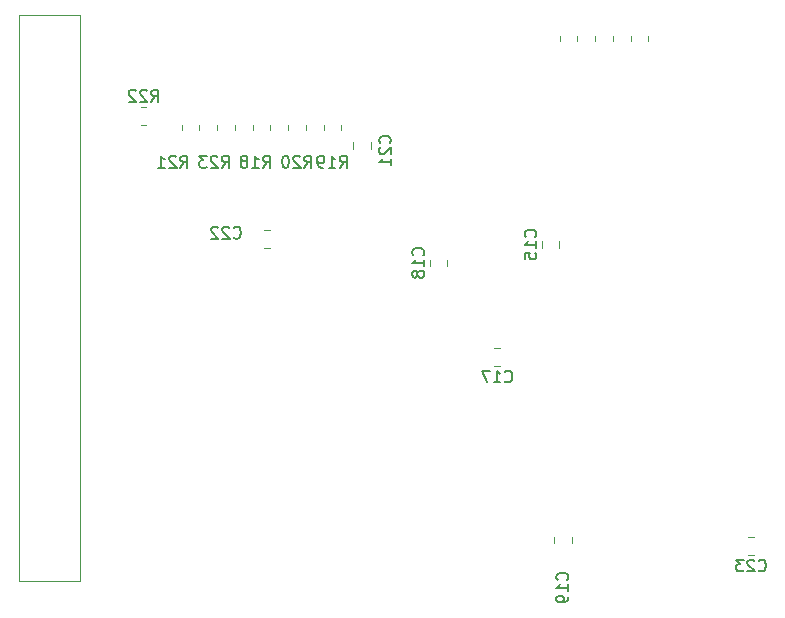
<source format=gbr>
%TF.GenerationSoftware,KiCad,Pcbnew,9.0.0*%
%TF.CreationDate,2025-07-10T21:53:31+08:00*%
%TF.ProjectId,tsal_g_v3,7473616c-5f67-45f7-9633-2e6b69636164,rev?*%
%TF.SameCoordinates,Original*%
%TF.FileFunction,Legend,Bot*%
%TF.FilePolarity,Positive*%
%FSLAX46Y46*%
G04 Gerber Fmt 4.6, Leading zero omitted, Abs format (unit mm)*
G04 Created by KiCad (PCBNEW 9.0.0) date 2025-07-10 21:53:31*
%MOMM*%
%LPD*%
G01*
G04 APERTURE LIST*
%ADD10C,0.100000*%
%ADD11C,0.150000*%
%ADD12C,0.120000*%
G04 APERTURE END LIST*
D10*
X105500000Y-53550000D02*
X110617500Y-53550000D01*
X110617500Y-101450000D01*
X105500000Y-101450000D01*
X105500000Y-53550000D01*
D11*
X149179580Y-72319642D02*
X149227200Y-72272023D01*
X149227200Y-72272023D02*
X149274819Y-72129166D01*
X149274819Y-72129166D02*
X149274819Y-72033928D01*
X149274819Y-72033928D02*
X149227200Y-71891071D01*
X149227200Y-71891071D02*
X149131961Y-71795833D01*
X149131961Y-71795833D02*
X149036723Y-71748214D01*
X149036723Y-71748214D02*
X148846247Y-71700595D01*
X148846247Y-71700595D02*
X148703390Y-71700595D01*
X148703390Y-71700595D02*
X148512914Y-71748214D01*
X148512914Y-71748214D02*
X148417676Y-71795833D01*
X148417676Y-71795833D02*
X148322438Y-71891071D01*
X148322438Y-71891071D02*
X148274819Y-72033928D01*
X148274819Y-72033928D02*
X148274819Y-72129166D01*
X148274819Y-72129166D02*
X148322438Y-72272023D01*
X148322438Y-72272023D02*
X148370057Y-72319642D01*
X149274819Y-73272023D02*
X149274819Y-72700595D01*
X149274819Y-72986309D02*
X148274819Y-72986309D01*
X148274819Y-72986309D02*
X148417676Y-72891071D01*
X148417676Y-72891071D02*
X148512914Y-72795833D01*
X148512914Y-72795833D02*
X148560533Y-72700595D01*
X148274819Y-74176785D02*
X148274819Y-73700595D01*
X148274819Y-73700595D02*
X148751009Y-73652976D01*
X148751009Y-73652976D02*
X148703390Y-73700595D01*
X148703390Y-73700595D02*
X148655771Y-73795833D01*
X148655771Y-73795833D02*
X148655771Y-74033928D01*
X148655771Y-74033928D02*
X148703390Y-74129166D01*
X148703390Y-74129166D02*
X148751009Y-74176785D01*
X148751009Y-74176785D02*
X148846247Y-74224404D01*
X148846247Y-74224404D02*
X149084342Y-74224404D01*
X149084342Y-74224404D02*
X149179580Y-74176785D01*
X149179580Y-74176785D02*
X149227200Y-74129166D01*
X149227200Y-74129166D02*
X149274819Y-74033928D01*
X149274819Y-74033928D02*
X149274819Y-73795833D01*
X149274819Y-73795833D02*
X149227200Y-73700595D01*
X149227200Y-73700595D02*
X149179580Y-73652976D01*
X151882830Y-101357142D02*
X151930450Y-101309523D01*
X151930450Y-101309523D02*
X151978069Y-101166666D01*
X151978069Y-101166666D02*
X151978069Y-101071428D01*
X151978069Y-101071428D02*
X151930450Y-100928571D01*
X151930450Y-100928571D02*
X151835211Y-100833333D01*
X151835211Y-100833333D02*
X151739973Y-100785714D01*
X151739973Y-100785714D02*
X151549497Y-100738095D01*
X151549497Y-100738095D02*
X151406640Y-100738095D01*
X151406640Y-100738095D02*
X151216164Y-100785714D01*
X151216164Y-100785714D02*
X151120926Y-100833333D01*
X151120926Y-100833333D02*
X151025688Y-100928571D01*
X151025688Y-100928571D02*
X150978069Y-101071428D01*
X150978069Y-101071428D02*
X150978069Y-101166666D01*
X150978069Y-101166666D02*
X151025688Y-101309523D01*
X151025688Y-101309523D02*
X151073307Y-101357142D01*
X151978069Y-102309523D02*
X151978069Y-101738095D01*
X151978069Y-102023809D02*
X150978069Y-102023809D01*
X150978069Y-102023809D02*
X151120926Y-101928571D01*
X151120926Y-101928571D02*
X151216164Y-101833333D01*
X151216164Y-101833333D02*
X151263783Y-101738095D01*
X151978069Y-102785714D02*
X151978069Y-102976190D01*
X151978069Y-102976190D02*
X151930450Y-103071428D01*
X151930450Y-103071428D02*
X151882830Y-103119047D01*
X151882830Y-103119047D02*
X151739973Y-103214285D01*
X151739973Y-103214285D02*
X151549497Y-103261904D01*
X151549497Y-103261904D02*
X151168545Y-103261904D01*
X151168545Y-103261904D02*
X151073307Y-103214285D01*
X151073307Y-103214285D02*
X151025688Y-103166666D01*
X151025688Y-103166666D02*
X150978069Y-103071428D01*
X150978069Y-103071428D02*
X150978069Y-102880952D01*
X150978069Y-102880952D02*
X151025688Y-102785714D01*
X151025688Y-102785714D02*
X151073307Y-102738095D01*
X151073307Y-102738095D02*
X151168545Y-102690476D01*
X151168545Y-102690476D02*
X151406640Y-102690476D01*
X151406640Y-102690476D02*
X151501878Y-102738095D01*
X151501878Y-102738095D02*
X151549497Y-102785714D01*
X151549497Y-102785714D02*
X151597116Y-102880952D01*
X151597116Y-102880952D02*
X151597116Y-103071428D01*
X151597116Y-103071428D02*
X151549497Y-103166666D01*
X151549497Y-103166666D02*
X151501878Y-103214285D01*
X151501878Y-103214285D02*
X151406640Y-103261904D01*
X146605357Y-84539580D02*
X146652976Y-84587200D01*
X146652976Y-84587200D02*
X146795833Y-84634819D01*
X146795833Y-84634819D02*
X146891071Y-84634819D01*
X146891071Y-84634819D02*
X147033928Y-84587200D01*
X147033928Y-84587200D02*
X147129166Y-84491961D01*
X147129166Y-84491961D02*
X147176785Y-84396723D01*
X147176785Y-84396723D02*
X147224404Y-84206247D01*
X147224404Y-84206247D02*
X147224404Y-84063390D01*
X147224404Y-84063390D02*
X147176785Y-83872914D01*
X147176785Y-83872914D02*
X147129166Y-83777676D01*
X147129166Y-83777676D02*
X147033928Y-83682438D01*
X147033928Y-83682438D02*
X146891071Y-83634819D01*
X146891071Y-83634819D02*
X146795833Y-83634819D01*
X146795833Y-83634819D02*
X146652976Y-83682438D01*
X146652976Y-83682438D02*
X146605357Y-83730057D01*
X145652976Y-84634819D02*
X146224404Y-84634819D01*
X145938690Y-84634819D02*
X145938690Y-83634819D01*
X145938690Y-83634819D02*
X146033928Y-83777676D01*
X146033928Y-83777676D02*
X146129166Y-83872914D01*
X146129166Y-83872914D02*
X146224404Y-83920533D01*
X145319642Y-83634819D02*
X144652976Y-83634819D01*
X144652976Y-83634819D02*
X145081547Y-84634819D01*
X116682857Y-60872319D02*
X117016190Y-60396128D01*
X117254285Y-60872319D02*
X117254285Y-59872319D01*
X117254285Y-59872319D02*
X116873333Y-59872319D01*
X116873333Y-59872319D02*
X116778095Y-59919938D01*
X116778095Y-59919938D02*
X116730476Y-59967557D01*
X116730476Y-59967557D02*
X116682857Y-60062795D01*
X116682857Y-60062795D02*
X116682857Y-60205652D01*
X116682857Y-60205652D02*
X116730476Y-60300890D01*
X116730476Y-60300890D02*
X116778095Y-60348509D01*
X116778095Y-60348509D02*
X116873333Y-60396128D01*
X116873333Y-60396128D02*
X117254285Y-60396128D01*
X116301904Y-59967557D02*
X116254285Y-59919938D01*
X116254285Y-59919938D02*
X116159047Y-59872319D01*
X116159047Y-59872319D02*
X115920952Y-59872319D01*
X115920952Y-59872319D02*
X115825714Y-59919938D01*
X115825714Y-59919938D02*
X115778095Y-59967557D01*
X115778095Y-59967557D02*
X115730476Y-60062795D01*
X115730476Y-60062795D02*
X115730476Y-60158033D01*
X115730476Y-60158033D02*
X115778095Y-60300890D01*
X115778095Y-60300890D02*
X116349523Y-60872319D01*
X116349523Y-60872319D02*
X115730476Y-60872319D01*
X115349523Y-59967557D02*
X115301904Y-59919938D01*
X115301904Y-59919938D02*
X115206666Y-59872319D01*
X115206666Y-59872319D02*
X114968571Y-59872319D01*
X114968571Y-59872319D02*
X114873333Y-59919938D01*
X114873333Y-59919938D02*
X114825714Y-59967557D01*
X114825714Y-59967557D02*
X114778095Y-60062795D01*
X114778095Y-60062795D02*
X114778095Y-60158033D01*
X114778095Y-60158033D02*
X114825714Y-60300890D01*
X114825714Y-60300890D02*
X115397142Y-60872319D01*
X115397142Y-60872319D02*
X114778095Y-60872319D01*
X168105357Y-100539580D02*
X168152976Y-100587200D01*
X168152976Y-100587200D02*
X168295833Y-100634819D01*
X168295833Y-100634819D02*
X168391071Y-100634819D01*
X168391071Y-100634819D02*
X168533928Y-100587200D01*
X168533928Y-100587200D02*
X168629166Y-100491961D01*
X168629166Y-100491961D02*
X168676785Y-100396723D01*
X168676785Y-100396723D02*
X168724404Y-100206247D01*
X168724404Y-100206247D02*
X168724404Y-100063390D01*
X168724404Y-100063390D02*
X168676785Y-99872914D01*
X168676785Y-99872914D02*
X168629166Y-99777676D01*
X168629166Y-99777676D02*
X168533928Y-99682438D01*
X168533928Y-99682438D02*
X168391071Y-99634819D01*
X168391071Y-99634819D02*
X168295833Y-99634819D01*
X168295833Y-99634819D02*
X168152976Y-99682438D01*
X168152976Y-99682438D02*
X168105357Y-99730057D01*
X167724404Y-99730057D02*
X167676785Y-99682438D01*
X167676785Y-99682438D02*
X167581547Y-99634819D01*
X167581547Y-99634819D02*
X167343452Y-99634819D01*
X167343452Y-99634819D02*
X167248214Y-99682438D01*
X167248214Y-99682438D02*
X167200595Y-99730057D01*
X167200595Y-99730057D02*
X167152976Y-99825295D01*
X167152976Y-99825295D02*
X167152976Y-99920533D01*
X167152976Y-99920533D02*
X167200595Y-100063390D01*
X167200595Y-100063390D02*
X167772023Y-100634819D01*
X167772023Y-100634819D02*
X167152976Y-100634819D01*
X166819642Y-99634819D02*
X166200595Y-99634819D01*
X166200595Y-99634819D02*
X166533928Y-100015771D01*
X166533928Y-100015771D02*
X166391071Y-100015771D01*
X166391071Y-100015771D02*
X166295833Y-100063390D01*
X166295833Y-100063390D02*
X166248214Y-100111009D01*
X166248214Y-100111009D02*
X166200595Y-100206247D01*
X166200595Y-100206247D02*
X166200595Y-100444342D01*
X166200595Y-100444342D02*
X166248214Y-100539580D01*
X166248214Y-100539580D02*
X166295833Y-100587200D01*
X166295833Y-100587200D02*
X166391071Y-100634819D01*
X166391071Y-100634819D02*
X166676785Y-100634819D01*
X166676785Y-100634819D02*
X166772023Y-100587200D01*
X166772023Y-100587200D02*
X166819642Y-100539580D01*
X132642857Y-66454819D02*
X132976190Y-65978628D01*
X133214285Y-66454819D02*
X133214285Y-65454819D01*
X133214285Y-65454819D02*
X132833333Y-65454819D01*
X132833333Y-65454819D02*
X132738095Y-65502438D01*
X132738095Y-65502438D02*
X132690476Y-65550057D01*
X132690476Y-65550057D02*
X132642857Y-65645295D01*
X132642857Y-65645295D02*
X132642857Y-65788152D01*
X132642857Y-65788152D02*
X132690476Y-65883390D01*
X132690476Y-65883390D02*
X132738095Y-65931009D01*
X132738095Y-65931009D02*
X132833333Y-65978628D01*
X132833333Y-65978628D02*
X133214285Y-65978628D01*
X131690476Y-66454819D02*
X132261904Y-66454819D01*
X131976190Y-66454819D02*
X131976190Y-65454819D01*
X131976190Y-65454819D02*
X132071428Y-65597676D01*
X132071428Y-65597676D02*
X132166666Y-65692914D01*
X132166666Y-65692914D02*
X132261904Y-65740533D01*
X131214285Y-66454819D02*
X131023809Y-66454819D01*
X131023809Y-66454819D02*
X130928571Y-66407200D01*
X130928571Y-66407200D02*
X130880952Y-66359580D01*
X130880952Y-66359580D02*
X130785714Y-66216723D01*
X130785714Y-66216723D02*
X130738095Y-66026247D01*
X130738095Y-66026247D02*
X130738095Y-65645295D01*
X130738095Y-65645295D02*
X130785714Y-65550057D01*
X130785714Y-65550057D02*
X130833333Y-65502438D01*
X130833333Y-65502438D02*
X130928571Y-65454819D01*
X130928571Y-65454819D02*
X131119047Y-65454819D01*
X131119047Y-65454819D02*
X131214285Y-65502438D01*
X131214285Y-65502438D02*
X131261904Y-65550057D01*
X131261904Y-65550057D02*
X131309523Y-65645295D01*
X131309523Y-65645295D02*
X131309523Y-65883390D01*
X131309523Y-65883390D02*
X131261904Y-65978628D01*
X131261904Y-65978628D02*
X131214285Y-66026247D01*
X131214285Y-66026247D02*
X131119047Y-66073866D01*
X131119047Y-66073866D02*
X130928571Y-66073866D01*
X130928571Y-66073866D02*
X130833333Y-66026247D01*
X130833333Y-66026247D02*
X130785714Y-65978628D01*
X130785714Y-65978628D02*
X130738095Y-65883390D01*
X136859580Y-64357142D02*
X136907200Y-64309523D01*
X136907200Y-64309523D02*
X136954819Y-64166666D01*
X136954819Y-64166666D02*
X136954819Y-64071428D01*
X136954819Y-64071428D02*
X136907200Y-63928571D01*
X136907200Y-63928571D02*
X136811961Y-63833333D01*
X136811961Y-63833333D02*
X136716723Y-63785714D01*
X136716723Y-63785714D02*
X136526247Y-63738095D01*
X136526247Y-63738095D02*
X136383390Y-63738095D01*
X136383390Y-63738095D02*
X136192914Y-63785714D01*
X136192914Y-63785714D02*
X136097676Y-63833333D01*
X136097676Y-63833333D02*
X136002438Y-63928571D01*
X136002438Y-63928571D02*
X135954819Y-64071428D01*
X135954819Y-64071428D02*
X135954819Y-64166666D01*
X135954819Y-64166666D02*
X136002438Y-64309523D01*
X136002438Y-64309523D02*
X136050057Y-64357142D01*
X136050057Y-64738095D02*
X136002438Y-64785714D01*
X136002438Y-64785714D02*
X135954819Y-64880952D01*
X135954819Y-64880952D02*
X135954819Y-65119047D01*
X135954819Y-65119047D02*
X136002438Y-65214285D01*
X136002438Y-65214285D02*
X136050057Y-65261904D01*
X136050057Y-65261904D02*
X136145295Y-65309523D01*
X136145295Y-65309523D02*
X136240533Y-65309523D01*
X136240533Y-65309523D02*
X136383390Y-65261904D01*
X136383390Y-65261904D02*
X136954819Y-64690476D01*
X136954819Y-64690476D02*
X136954819Y-65309523D01*
X136954819Y-66261904D02*
X136954819Y-65690476D01*
X136954819Y-65976190D02*
X135954819Y-65976190D01*
X135954819Y-65976190D02*
X136097676Y-65880952D01*
X136097676Y-65880952D02*
X136192914Y-65785714D01*
X136192914Y-65785714D02*
X136240533Y-65690476D01*
X123642857Y-72359580D02*
X123690476Y-72407200D01*
X123690476Y-72407200D02*
X123833333Y-72454819D01*
X123833333Y-72454819D02*
X123928571Y-72454819D01*
X123928571Y-72454819D02*
X124071428Y-72407200D01*
X124071428Y-72407200D02*
X124166666Y-72311961D01*
X124166666Y-72311961D02*
X124214285Y-72216723D01*
X124214285Y-72216723D02*
X124261904Y-72026247D01*
X124261904Y-72026247D02*
X124261904Y-71883390D01*
X124261904Y-71883390D02*
X124214285Y-71692914D01*
X124214285Y-71692914D02*
X124166666Y-71597676D01*
X124166666Y-71597676D02*
X124071428Y-71502438D01*
X124071428Y-71502438D02*
X123928571Y-71454819D01*
X123928571Y-71454819D02*
X123833333Y-71454819D01*
X123833333Y-71454819D02*
X123690476Y-71502438D01*
X123690476Y-71502438D02*
X123642857Y-71550057D01*
X123261904Y-71550057D02*
X123214285Y-71502438D01*
X123214285Y-71502438D02*
X123119047Y-71454819D01*
X123119047Y-71454819D02*
X122880952Y-71454819D01*
X122880952Y-71454819D02*
X122785714Y-71502438D01*
X122785714Y-71502438D02*
X122738095Y-71550057D01*
X122738095Y-71550057D02*
X122690476Y-71645295D01*
X122690476Y-71645295D02*
X122690476Y-71740533D01*
X122690476Y-71740533D02*
X122738095Y-71883390D01*
X122738095Y-71883390D02*
X123309523Y-72454819D01*
X123309523Y-72454819D02*
X122690476Y-72454819D01*
X122309523Y-71550057D02*
X122261904Y-71502438D01*
X122261904Y-71502438D02*
X122166666Y-71454819D01*
X122166666Y-71454819D02*
X121928571Y-71454819D01*
X121928571Y-71454819D02*
X121833333Y-71502438D01*
X121833333Y-71502438D02*
X121785714Y-71550057D01*
X121785714Y-71550057D02*
X121738095Y-71645295D01*
X121738095Y-71645295D02*
X121738095Y-71740533D01*
X121738095Y-71740533D02*
X121785714Y-71883390D01*
X121785714Y-71883390D02*
X122357142Y-72454819D01*
X122357142Y-72454819D02*
X121738095Y-72454819D01*
X122642857Y-66454819D02*
X122976190Y-65978628D01*
X123214285Y-66454819D02*
X123214285Y-65454819D01*
X123214285Y-65454819D02*
X122833333Y-65454819D01*
X122833333Y-65454819D02*
X122738095Y-65502438D01*
X122738095Y-65502438D02*
X122690476Y-65550057D01*
X122690476Y-65550057D02*
X122642857Y-65645295D01*
X122642857Y-65645295D02*
X122642857Y-65788152D01*
X122642857Y-65788152D02*
X122690476Y-65883390D01*
X122690476Y-65883390D02*
X122738095Y-65931009D01*
X122738095Y-65931009D02*
X122833333Y-65978628D01*
X122833333Y-65978628D02*
X123214285Y-65978628D01*
X122261904Y-65550057D02*
X122214285Y-65502438D01*
X122214285Y-65502438D02*
X122119047Y-65454819D01*
X122119047Y-65454819D02*
X121880952Y-65454819D01*
X121880952Y-65454819D02*
X121785714Y-65502438D01*
X121785714Y-65502438D02*
X121738095Y-65550057D01*
X121738095Y-65550057D02*
X121690476Y-65645295D01*
X121690476Y-65645295D02*
X121690476Y-65740533D01*
X121690476Y-65740533D02*
X121738095Y-65883390D01*
X121738095Y-65883390D02*
X122309523Y-66454819D01*
X122309523Y-66454819D02*
X121690476Y-66454819D01*
X121357142Y-65454819D02*
X120738095Y-65454819D01*
X120738095Y-65454819D02*
X121071428Y-65835771D01*
X121071428Y-65835771D02*
X120928571Y-65835771D01*
X120928571Y-65835771D02*
X120833333Y-65883390D01*
X120833333Y-65883390D02*
X120785714Y-65931009D01*
X120785714Y-65931009D02*
X120738095Y-66026247D01*
X120738095Y-66026247D02*
X120738095Y-66264342D01*
X120738095Y-66264342D02*
X120785714Y-66359580D01*
X120785714Y-66359580D02*
X120833333Y-66407200D01*
X120833333Y-66407200D02*
X120928571Y-66454819D01*
X120928571Y-66454819D02*
X121214285Y-66454819D01*
X121214285Y-66454819D02*
X121309523Y-66407200D01*
X121309523Y-66407200D02*
X121357142Y-66359580D01*
X139679580Y-73857142D02*
X139727200Y-73809523D01*
X139727200Y-73809523D02*
X139774819Y-73666666D01*
X139774819Y-73666666D02*
X139774819Y-73571428D01*
X139774819Y-73571428D02*
X139727200Y-73428571D01*
X139727200Y-73428571D02*
X139631961Y-73333333D01*
X139631961Y-73333333D02*
X139536723Y-73285714D01*
X139536723Y-73285714D02*
X139346247Y-73238095D01*
X139346247Y-73238095D02*
X139203390Y-73238095D01*
X139203390Y-73238095D02*
X139012914Y-73285714D01*
X139012914Y-73285714D02*
X138917676Y-73333333D01*
X138917676Y-73333333D02*
X138822438Y-73428571D01*
X138822438Y-73428571D02*
X138774819Y-73571428D01*
X138774819Y-73571428D02*
X138774819Y-73666666D01*
X138774819Y-73666666D02*
X138822438Y-73809523D01*
X138822438Y-73809523D02*
X138870057Y-73857142D01*
X139774819Y-74809523D02*
X139774819Y-74238095D01*
X139774819Y-74523809D02*
X138774819Y-74523809D01*
X138774819Y-74523809D02*
X138917676Y-74428571D01*
X138917676Y-74428571D02*
X139012914Y-74333333D01*
X139012914Y-74333333D02*
X139060533Y-74238095D01*
X139203390Y-75380952D02*
X139155771Y-75285714D01*
X139155771Y-75285714D02*
X139108152Y-75238095D01*
X139108152Y-75238095D02*
X139012914Y-75190476D01*
X139012914Y-75190476D02*
X138965295Y-75190476D01*
X138965295Y-75190476D02*
X138870057Y-75238095D01*
X138870057Y-75238095D02*
X138822438Y-75285714D01*
X138822438Y-75285714D02*
X138774819Y-75380952D01*
X138774819Y-75380952D02*
X138774819Y-75571428D01*
X138774819Y-75571428D02*
X138822438Y-75666666D01*
X138822438Y-75666666D02*
X138870057Y-75714285D01*
X138870057Y-75714285D02*
X138965295Y-75761904D01*
X138965295Y-75761904D02*
X139012914Y-75761904D01*
X139012914Y-75761904D02*
X139108152Y-75714285D01*
X139108152Y-75714285D02*
X139155771Y-75666666D01*
X139155771Y-75666666D02*
X139203390Y-75571428D01*
X139203390Y-75571428D02*
X139203390Y-75380952D01*
X139203390Y-75380952D02*
X139251009Y-75285714D01*
X139251009Y-75285714D02*
X139298628Y-75238095D01*
X139298628Y-75238095D02*
X139393866Y-75190476D01*
X139393866Y-75190476D02*
X139584342Y-75190476D01*
X139584342Y-75190476D02*
X139679580Y-75238095D01*
X139679580Y-75238095D02*
X139727200Y-75285714D01*
X139727200Y-75285714D02*
X139774819Y-75380952D01*
X139774819Y-75380952D02*
X139774819Y-75571428D01*
X139774819Y-75571428D02*
X139727200Y-75666666D01*
X139727200Y-75666666D02*
X139679580Y-75714285D01*
X139679580Y-75714285D02*
X139584342Y-75761904D01*
X139584342Y-75761904D02*
X139393866Y-75761904D01*
X139393866Y-75761904D02*
X139298628Y-75714285D01*
X139298628Y-75714285D02*
X139251009Y-75666666D01*
X139251009Y-75666666D02*
X139203390Y-75571428D01*
X129642857Y-66454819D02*
X129976190Y-65978628D01*
X130214285Y-66454819D02*
X130214285Y-65454819D01*
X130214285Y-65454819D02*
X129833333Y-65454819D01*
X129833333Y-65454819D02*
X129738095Y-65502438D01*
X129738095Y-65502438D02*
X129690476Y-65550057D01*
X129690476Y-65550057D02*
X129642857Y-65645295D01*
X129642857Y-65645295D02*
X129642857Y-65788152D01*
X129642857Y-65788152D02*
X129690476Y-65883390D01*
X129690476Y-65883390D02*
X129738095Y-65931009D01*
X129738095Y-65931009D02*
X129833333Y-65978628D01*
X129833333Y-65978628D02*
X130214285Y-65978628D01*
X129261904Y-65550057D02*
X129214285Y-65502438D01*
X129214285Y-65502438D02*
X129119047Y-65454819D01*
X129119047Y-65454819D02*
X128880952Y-65454819D01*
X128880952Y-65454819D02*
X128785714Y-65502438D01*
X128785714Y-65502438D02*
X128738095Y-65550057D01*
X128738095Y-65550057D02*
X128690476Y-65645295D01*
X128690476Y-65645295D02*
X128690476Y-65740533D01*
X128690476Y-65740533D02*
X128738095Y-65883390D01*
X128738095Y-65883390D02*
X129309523Y-66454819D01*
X129309523Y-66454819D02*
X128690476Y-66454819D01*
X128071428Y-65454819D02*
X127976190Y-65454819D01*
X127976190Y-65454819D02*
X127880952Y-65502438D01*
X127880952Y-65502438D02*
X127833333Y-65550057D01*
X127833333Y-65550057D02*
X127785714Y-65645295D01*
X127785714Y-65645295D02*
X127738095Y-65835771D01*
X127738095Y-65835771D02*
X127738095Y-66073866D01*
X127738095Y-66073866D02*
X127785714Y-66264342D01*
X127785714Y-66264342D02*
X127833333Y-66359580D01*
X127833333Y-66359580D02*
X127880952Y-66407200D01*
X127880952Y-66407200D02*
X127976190Y-66454819D01*
X127976190Y-66454819D02*
X128071428Y-66454819D01*
X128071428Y-66454819D02*
X128166666Y-66407200D01*
X128166666Y-66407200D02*
X128214285Y-66359580D01*
X128214285Y-66359580D02*
X128261904Y-66264342D01*
X128261904Y-66264342D02*
X128309523Y-66073866D01*
X128309523Y-66073866D02*
X128309523Y-65835771D01*
X128309523Y-65835771D02*
X128261904Y-65645295D01*
X128261904Y-65645295D02*
X128214285Y-65550057D01*
X128214285Y-65550057D02*
X128166666Y-65502438D01*
X128166666Y-65502438D02*
X128071428Y-65454819D01*
X126142857Y-66454819D02*
X126476190Y-65978628D01*
X126714285Y-66454819D02*
X126714285Y-65454819D01*
X126714285Y-65454819D02*
X126333333Y-65454819D01*
X126333333Y-65454819D02*
X126238095Y-65502438D01*
X126238095Y-65502438D02*
X126190476Y-65550057D01*
X126190476Y-65550057D02*
X126142857Y-65645295D01*
X126142857Y-65645295D02*
X126142857Y-65788152D01*
X126142857Y-65788152D02*
X126190476Y-65883390D01*
X126190476Y-65883390D02*
X126238095Y-65931009D01*
X126238095Y-65931009D02*
X126333333Y-65978628D01*
X126333333Y-65978628D02*
X126714285Y-65978628D01*
X125190476Y-66454819D02*
X125761904Y-66454819D01*
X125476190Y-66454819D02*
X125476190Y-65454819D01*
X125476190Y-65454819D02*
X125571428Y-65597676D01*
X125571428Y-65597676D02*
X125666666Y-65692914D01*
X125666666Y-65692914D02*
X125761904Y-65740533D01*
X124619047Y-65883390D02*
X124714285Y-65835771D01*
X124714285Y-65835771D02*
X124761904Y-65788152D01*
X124761904Y-65788152D02*
X124809523Y-65692914D01*
X124809523Y-65692914D02*
X124809523Y-65645295D01*
X124809523Y-65645295D02*
X124761904Y-65550057D01*
X124761904Y-65550057D02*
X124714285Y-65502438D01*
X124714285Y-65502438D02*
X124619047Y-65454819D01*
X124619047Y-65454819D02*
X124428571Y-65454819D01*
X124428571Y-65454819D02*
X124333333Y-65502438D01*
X124333333Y-65502438D02*
X124285714Y-65550057D01*
X124285714Y-65550057D02*
X124238095Y-65645295D01*
X124238095Y-65645295D02*
X124238095Y-65692914D01*
X124238095Y-65692914D02*
X124285714Y-65788152D01*
X124285714Y-65788152D02*
X124333333Y-65835771D01*
X124333333Y-65835771D02*
X124428571Y-65883390D01*
X124428571Y-65883390D02*
X124619047Y-65883390D01*
X124619047Y-65883390D02*
X124714285Y-65931009D01*
X124714285Y-65931009D02*
X124761904Y-65978628D01*
X124761904Y-65978628D02*
X124809523Y-66073866D01*
X124809523Y-66073866D02*
X124809523Y-66264342D01*
X124809523Y-66264342D02*
X124761904Y-66359580D01*
X124761904Y-66359580D02*
X124714285Y-66407200D01*
X124714285Y-66407200D02*
X124619047Y-66454819D01*
X124619047Y-66454819D02*
X124428571Y-66454819D01*
X124428571Y-66454819D02*
X124333333Y-66407200D01*
X124333333Y-66407200D02*
X124285714Y-66359580D01*
X124285714Y-66359580D02*
X124238095Y-66264342D01*
X124238095Y-66264342D02*
X124238095Y-66073866D01*
X124238095Y-66073866D02*
X124285714Y-65978628D01*
X124285714Y-65978628D02*
X124333333Y-65931009D01*
X124333333Y-65931009D02*
X124428571Y-65883390D01*
X119142857Y-66454819D02*
X119476190Y-65978628D01*
X119714285Y-66454819D02*
X119714285Y-65454819D01*
X119714285Y-65454819D02*
X119333333Y-65454819D01*
X119333333Y-65454819D02*
X119238095Y-65502438D01*
X119238095Y-65502438D02*
X119190476Y-65550057D01*
X119190476Y-65550057D02*
X119142857Y-65645295D01*
X119142857Y-65645295D02*
X119142857Y-65788152D01*
X119142857Y-65788152D02*
X119190476Y-65883390D01*
X119190476Y-65883390D02*
X119238095Y-65931009D01*
X119238095Y-65931009D02*
X119333333Y-65978628D01*
X119333333Y-65978628D02*
X119714285Y-65978628D01*
X118761904Y-65550057D02*
X118714285Y-65502438D01*
X118714285Y-65502438D02*
X118619047Y-65454819D01*
X118619047Y-65454819D02*
X118380952Y-65454819D01*
X118380952Y-65454819D02*
X118285714Y-65502438D01*
X118285714Y-65502438D02*
X118238095Y-65550057D01*
X118238095Y-65550057D02*
X118190476Y-65645295D01*
X118190476Y-65645295D02*
X118190476Y-65740533D01*
X118190476Y-65740533D02*
X118238095Y-65883390D01*
X118238095Y-65883390D02*
X118809523Y-66454819D01*
X118809523Y-66454819D02*
X118190476Y-66454819D01*
X117238095Y-66454819D02*
X117809523Y-66454819D01*
X117523809Y-66454819D02*
X117523809Y-65454819D01*
X117523809Y-65454819D02*
X117619047Y-65597676D01*
X117619047Y-65597676D02*
X117714285Y-65692914D01*
X117714285Y-65692914D02*
X117809523Y-65740533D01*
D12*
%TO.C,C15*%
X151235000Y-72701248D02*
X151235000Y-73223752D01*
X149765000Y-72701248D02*
X149765000Y-73223752D01*
%TO.C,C19*%
X152258250Y-98261252D02*
X152258250Y-97738748D01*
X150788250Y-98261252D02*
X150788250Y-97738748D01*
%TO.C,C17*%
X145701248Y-83235000D02*
X146223752Y-83235000D01*
X145701248Y-81765000D02*
X146223752Y-81765000D01*
%TO.C,R22*%
X116267064Y-61332500D02*
X115812936Y-61332500D01*
X116267064Y-62802500D02*
X115812936Y-62802500D01*
%TO.C,C23*%
X167201248Y-97765000D02*
X167723752Y-97765000D01*
X167201248Y-99235000D02*
X167723752Y-99235000D01*
%TO.C,R25*%
X157265000Y-55727064D02*
X157265000Y-55272936D01*
X158735000Y-55727064D02*
X158735000Y-55272936D01*
%TO.C,R19*%
X131265000Y-62815436D02*
X131265000Y-63269564D01*
X132735000Y-62815436D02*
X132735000Y-63269564D01*
%TO.C,C21*%
X133765000Y-64321248D02*
X133765000Y-64843752D01*
X135235000Y-64321248D02*
X135235000Y-64843752D01*
%TO.C,C22*%
X126761252Y-71765000D02*
X126238748Y-71765000D01*
X126761252Y-73235000D02*
X126238748Y-73235000D01*
%TO.C,R23*%
X122265000Y-62815436D02*
X122265000Y-63269564D01*
X123735000Y-62815436D02*
X123735000Y-63269564D01*
%TO.C,C18*%
X140265000Y-74238748D02*
X140265000Y-74761252D01*
X141735000Y-74238748D02*
X141735000Y-74761252D01*
%TO.C,R26*%
X151265000Y-55727064D02*
X151265000Y-55272936D01*
X152735000Y-55727064D02*
X152735000Y-55272936D01*
%TO.C,R20*%
X128265000Y-62815436D02*
X128265000Y-63269564D01*
X129735000Y-62815436D02*
X129735000Y-63269564D01*
%TO.C,R24*%
X154265000Y-55727064D02*
X154265000Y-55272936D01*
X155735000Y-55727064D02*
X155735000Y-55272936D01*
%TO.C,R18*%
X125265000Y-62815436D02*
X125265000Y-63269564D01*
X126735000Y-62815436D02*
X126735000Y-63269564D01*
%TO.C,R21*%
X119265000Y-62815436D02*
X119265000Y-63269564D01*
X120735000Y-62815436D02*
X120735000Y-63269564D01*
%TD*%
M02*

</source>
